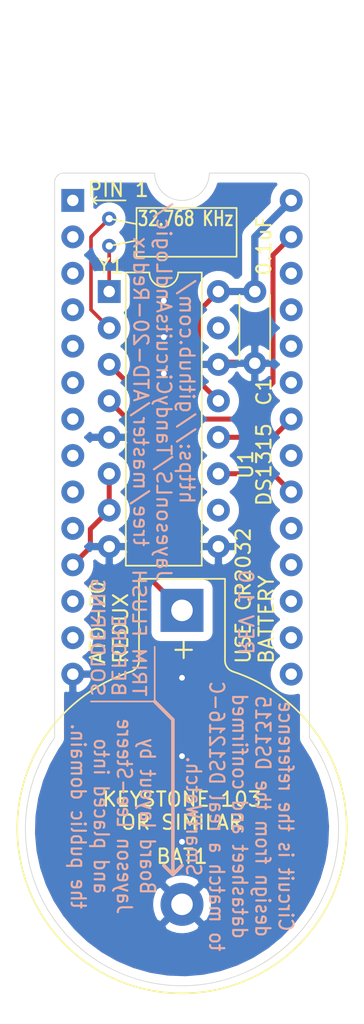
<source format=kicad_pcb>
(kicad_pcb (version 20171130) (host pcbnew "(5.1.9)-1")

  (general
    (thickness 1.6)
    (drawings 27)
    (tracks 48)
    (zones 0)
    (modules 5)
    (nets 34)
  )

  (page A4)
  (layers
    (0 F.Cu signal)
    (31 B.Cu signal)
    (32 B.Adhes user)
    (33 F.Adhes user)
    (34 B.Paste user)
    (35 F.Paste user)
    (36 B.SilkS user)
    (37 F.SilkS user)
    (38 B.Mask user)
    (39 F.Mask user)
    (40 Dwgs.User user)
    (41 Cmts.User user)
    (42 Eco1.User user)
    (43 Eco2.User user)
    (44 Edge.Cuts user)
    (45 Margin user)
    (46 B.CrtYd user)
    (47 F.CrtYd user)
    (48 B.Fab user)
    (49 F.Fab user)
  )

  (setup
    (last_trace_width 0.35)
    (user_trace_width 0.25)
    (user_trace_width 0.35)
    (user_trace_width 0.5)
    (user_trace_width 1)
    (trace_clearance 0.25)
    (zone_clearance 0.635)
    (zone_45_only no)
    (trace_min 0.2)
    (via_size 0.8)
    (via_drill 0.4)
    (via_min_size 0.4)
    (via_min_drill 0.3)
    (uvia_size 0.3)
    (uvia_drill 0.1)
    (uvias_allowed no)
    (uvia_min_size 0.2)
    (uvia_min_drill 0.1)
    (edge_width 0.05)
    (segment_width 0.2)
    (pcb_text_width 0.3)
    (pcb_text_size 1.5 1.5)
    (mod_edge_width 0.12)
    (mod_text_size 1 1)
    (mod_text_width 0.15)
    (pad_size 1.6 1.6)
    (pad_drill 0.8)
    (pad_to_mask_clearance 0)
    (aux_axis_origin 0 0)
    (visible_elements 7FFFFFFF)
    (pcbplotparams
      (layerselection 0x010f0_ffffffff)
      (usegerberextensions true)
      (usegerberattributes true)
      (usegerberadvancedattributes true)
      (creategerberjobfile false)
      (excludeedgelayer true)
      (linewidth 0.100000)
      (plotframeref false)
      (viasonmask false)
      (mode 1)
      (useauxorigin false)
      (hpglpennumber 1)
      (hpglpenspeed 20)
      (hpglpendiameter 15.000000)
      (psnegative false)
      (psa4output false)
      (plotreference true)
      (plotvalue true)
      (plotinvisibletext false)
      (padsonsilk true)
      (subtractmaskfromsilk false)
      (outputformat 1)
      (mirror false)
      (drillshape 0)
      (scaleselection 1)
      (outputdirectory "Gerber"))
  )

  (net 0 "")
  (net 1 "Net-(BAT1-Pad1)")
  (net 2 GND)
  (net 3 VCC)
  (net 4 /XTAL2)
  (net 5 /XTAL1)
  (net 6 /~IOW)
  (net 7 "Net-(J1-Pad13)")
  (net 8 "Net-(J1-Pad26)")
  (net 9 "Net-(J1-Pad12)")
  (net 10 "Net-(J1-Pad25)")
  (net 11 /D0)
  (net 12 "Net-(J1-Pad24)")
  (net 13 "Net-(J1-Pad10)")
  (net 14 "Net-(J1-Pad23)")
  (net 15 "Net-(J1-Pad9)")
  (net 16 /~IOR)
  (net 17 "Net-(J1-Pad8)")
  (net 18 "Net-(J1-Pad21)")
  (net 19 "Net-(J1-Pad7)")
  (net 20 /~CS_RTC)
  (net 21 "Net-(J1-Pad6)")
  (net 22 "Net-(J1-Pad19)")
  (net 23 "Net-(J1-Pad5)")
  (net 24 "Net-(J1-Pad18)")
  (net 25 "Net-(J1-Pad4)")
  (net 26 "Net-(J1-Pad17)")
  (net 27 "Net-(J1-Pad3)")
  (net 28 "Net-(J1-Pad16)")
  (net 29 "Net-(J1-Pad2)")
  (net 30 "Net-(J1-Pad15)")
  (net 31 "Net-(J1-Pad1)")
  (net 32 "Net-(U1-Pad15)")
  (net 33 "Net-(U1-Pad10)")

  (net_class Default "This is the default net class."
    (clearance 0.25)
    (trace_width 0.35)
    (via_dia 0.8)
    (via_drill 0.4)
    (uvia_dia 0.3)
    (uvia_drill 0.1)
    (add_net /D0)
    (add_net /~CS_RTC)
    (add_net /~IOR)
    (add_net /~IOW)
    (add_net "Net-(BAT1-Pad1)")
    (add_net "Net-(J1-Pad1)")
    (add_net "Net-(J1-Pad10)")
    (add_net "Net-(J1-Pad12)")
    (add_net "Net-(J1-Pad13)")
    (add_net "Net-(J1-Pad15)")
    (add_net "Net-(J1-Pad16)")
    (add_net "Net-(J1-Pad17)")
    (add_net "Net-(J1-Pad18)")
    (add_net "Net-(J1-Pad19)")
    (add_net "Net-(J1-Pad2)")
    (add_net "Net-(J1-Pad21)")
    (add_net "Net-(J1-Pad23)")
    (add_net "Net-(J1-Pad24)")
    (add_net "Net-(J1-Pad25)")
    (add_net "Net-(J1-Pad26)")
    (add_net "Net-(J1-Pad3)")
    (add_net "Net-(J1-Pad4)")
    (add_net "Net-(J1-Pad5)")
    (add_net "Net-(J1-Pad6)")
    (add_net "Net-(J1-Pad7)")
    (add_net "Net-(J1-Pad8)")
    (add_net "Net-(J1-Pad9)")
    (add_net "Net-(U1-Pad10)")
    (add_net "Net-(U1-Pad15)")
  )

  (net_class Crystal ""
    (clearance 0.25)
    (trace_width 0.25)
    (via_dia 0.8)
    (via_drill 0.4)
    (uvia_dia 0.3)
    (uvia_drill 0.1)
    (add_net /XTAL1)
    (add_net /XTAL2)
  )

  (net_class Power ""
    (clearance 0.25)
    (trace_width 0.5)
    (via_dia 0.8)
    (via_drill 0.4)
    (uvia_dia 0.3)
    (uvia_drill 0.1)
    (add_net GND)
    (add_net VCC)
  )

  (module Package_DIP:DIP-28_W15.24mm_Socket (layer F.Cu) (tedit 6048D02C) (tstamp 6048F99A)
    (at 111.125 57.15)
    (descr "28-lead though-hole mounted DIP package, row spacing 15.24 mm (600 mils), Socket")
    (tags "THT DIP DIL PDIP 2.54mm 15.24mm 600mil Socket")
    (path /60497360)
    (fp_text reference J1 (at 0 -2.54) (layer Eco1.User)
      (effects (font (size 1 1) (thickness 0.15)))
    )
    (fp_text value "RTC Pins" (at 7.62 35.35) (layer F.Fab)
      (effects (font (size 1 1) (thickness 0.15)))
    )
    (fp_text user %R (at -2.54 -2.54) (layer F.Fab)
      (effects (font (size 1 1) (thickness 0.15)))
    )
    (pad 28 thru_hole oval (at 15.24 0) (size 1.6 1.6) (drill 0.8) (layers *.Cu *.Mask)
      (net 3 VCC))
    (pad 14 thru_hole oval (at 0 33.02) (size 1.6 1.6) (drill 0.8) (layers *.Cu *.Mask)
      (net 2 GND))
    (pad 27 thru_hole oval (at 15.24 2.54) (size 1.6 1.6) (drill 0.8) (layers *.Cu *.Mask)
      (net 6 /~IOW))
    (pad 13 thru_hole oval (at 0 30.48) (size 1.6 1.6) (drill 0.8) (layers *.Cu *.Mask)
      (net 7 "Net-(J1-Pad13)"))
    (pad 26 thru_hole oval (at 15.24 5.08) (size 1.6 1.6) (drill 0.8) (layers *.Cu *.Mask)
      (net 8 "Net-(J1-Pad26)"))
    (pad 12 thru_hole oval (at 0 27.94) (size 1.6 1.6) (drill 0.8) (layers *.Cu *.Mask)
      (net 9 "Net-(J1-Pad12)"))
    (pad 25 thru_hole oval (at 15.24 7.62) (size 1.6 1.6) (drill 0.8) (layers *.Cu *.Mask)
      (net 10 "Net-(J1-Pad25)"))
    (pad 11 thru_hole oval (at 0 25.4) (size 1.6 1.6) (drill 0.8) (layers *.Cu *.Mask)
      (net 11 /D0))
    (pad 24 thru_hole oval (at 15.24 10.16) (size 1.6 1.6) (drill 0.8) (layers *.Cu *.Mask)
      (net 12 "Net-(J1-Pad24)"))
    (pad 10 thru_hole oval (at 0 22.86) (size 1.6 1.6) (drill 0.8) (layers *.Cu *.Mask)
      (net 13 "Net-(J1-Pad10)"))
    (pad 23 thru_hole oval (at 15.24 12.7) (size 1.6 1.6) (drill 0.8) (layers *.Cu *.Mask)
      (net 14 "Net-(J1-Pad23)"))
    (pad 9 thru_hole oval (at 0 20.32) (size 1.6 1.6) (drill 0.8) (layers *.Cu *.Mask)
      (net 15 "Net-(J1-Pad9)"))
    (pad 22 thru_hole oval (at 15.24 15.24) (size 1.6 1.6) (drill 0.8) (layers *.Cu *.Mask)
      (net 16 /~IOR))
    (pad 8 thru_hole oval (at 0 17.78) (size 1.6 1.6) (drill 0.8) (layers *.Cu *.Mask)
      (net 17 "Net-(J1-Pad8)"))
    (pad 21 thru_hole oval (at 15.24 17.78) (size 1.6 1.6) (drill 0.8) (layers *.Cu *.Mask)
      (net 18 "Net-(J1-Pad21)"))
    (pad 7 thru_hole oval (at 0 15.24) (size 1.6 1.6) (drill 0.8) (layers *.Cu *.Mask)
      (net 19 "Net-(J1-Pad7)"))
    (pad 20 thru_hole oval (at 15.24 20.32) (size 1.6 1.6) (drill 0.8) (layers *.Cu *.Mask)
      (net 20 /~CS_RTC))
    (pad 6 thru_hole oval (at 0 12.7) (size 1.6 1.6) (drill 0.8) (layers *.Cu *.Mask)
      (net 21 "Net-(J1-Pad6)"))
    (pad 19 thru_hole oval (at 15.24 22.86) (size 1.6 1.6) (drill 0.8) (layers *.Cu *.Mask)
      (net 22 "Net-(J1-Pad19)"))
    (pad 5 thru_hole oval (at 0 10.16) (size 1.6 1.6) (drill 0.8) (layers *.Cu *.Mask)
      (net 23 "Net-(J1-Pad5)"))
    (pad 18 thru_hole oval (at 15.24 25.4) (size 1.6 1.6) (drill 0.8) (layers *.Cu *.Mask)
      (net 24 "Net-(J1-Pad18)"))
    (pad 4 thru_hole oval (at 0 7.62) (size 1.6 1.6) (drill 0.8) (layers *.Cu *.Mask)
      (net 25 "Net-(J1-Pad4)"))
    (pad 17 thru_hole oval (at 15.24 27.94) (size 1.6 1.6) (drill 0.8) (layers *.Cu *.Mask)
      (net 26 "Net-(J1-Pad17)"))
    (pad 3 thru_hole oval (at 0 5.08) (size 1.6 1.6) (drill 0.8) (layers *.Cu *.Mask)
      (net 27 "Net-(J1-Pad3)"))
    (pad 16 thru_hole oval (at 15.24 30.48) (size 1.6 1.6) (drill 0.8) (layers *.Cu *.Mask)
      (net 28 "Net-(J1-Pad16)"))
    (pad 2 thru_hole oval (at 0 2.54) (size 1.6 1.6) (drill 0.8) (layers *.Cu *.Mask)
      (net 29 "Net-(J1-Pad2)"))
    (pad 15 thru_hole oval (at 15.24 33.02) (size 1.6 1.6) (drill 0.8) (layers *.Cu *.Mask)
      (net 30 "Net-(J1-Pad15)"))
    (pad 1 thru_hole rect (at 0 0) (size 1.6 1.6) (drill 0.8) (layers *.Cu *.Mask)
      (net 31 "Net-(J1-Pad1)"))
    (model ${KISYS3DMOD}/Connector_PinHeader_2.54mm.3dshapes/PinHeader_1x14_P2.54mm_Vertical.wrl
      (offset (xyz 0 0 -1.6))
      (scale (xyz 1 1 1))
      (rotate (xyz 0 180 0))
    )
    (model ${KISYS3DMOD}/Connector_PinHeader_2.54mm.3dshapes/PinHeader_1x14_P2.54mm_Vertical.wrl
      (offset (xyz 15.24 0 -1.6))
      (scale (xyz 1 1 1))
      (rotate (xyz 0 180 0))
    )
  )

  (module Capacitor_THT:C_Disc_D4.3mm_W1.9mm_P5.00mm (layer F.Cu) (tedit 6048D7AB) (tstamp 6048F806)
    (at 123.825 63.5 270)
    (descr "C, Disc series, Radial, pin pitch=5.00mm, , diameter*width=4.3*1.9mm^2, Capacitor, http://www.vishay.com/docs/45233/krseries.pdf")
    (tags "C Disc series Radial pin pitch 5.00mm  diameter 4.3mm width 1.9mm Capacitor")
    (path /603370E2)
    (fp_text reference C1 (at 6.985 -0.635 90) (layer F.SilkS)
      (effects (font (size 1 1) (thickness 0.15)))
    )
    (fp_text value 0.1uF (at -3.175 -0.635 90) (layer F.SilkS)
      (effects (font (size 1 1) (thickness 0.15)))
    )
    (fp_line (start 0.35 -0.95) (end 0.35 0.95) (layer F.Fab) (width 0.1))
    (fp_line (start 0.35 0.95) (end 4.65 0.95) (layer F.Fab) (width 0.1))
    (fp_line (start 4.65 0.95) (end 4.65 -0.95) (layer F.Fab) (width 0.1))
    (fp_line (start 4.65 -0.95) (end 0.35 -0.95) (layer F.Fab) (width 0.1))
    (fp_line (start 0.23 -1.07) (end 4.77 -1.07) (layer F.SilkS) (width 0.12))
    (fp_line (start 0.23 1.07) (end 4.77 1.07) (layer F.SilkS) (width 0.12))
    (fp_line (start 0.23 -1.07) (end 0.23 -1.055) (layer F.SilkS) (width 0.12))
    (fp_line (start 0.23 1.055) (end 0.23 1.07) (layer F.SilkS) (width 0.12))
    (fp_line (start 4.77 -1.07) (end 4.77 -1.055) (layer F.SilkS) (width 0.12))
    (fp_line (start 4.77 1.055) (end 4.77 1.07) (layer F.SilkS) (width 0.12))
    (fp_line (start -1.05 -1.2) (end -1.05 1.2) (layer F.CrtYd) (width 0.05))
    (fp_line (start -1.05 1.2) (end 6.05 1.2) (layer F.CrtYd) (width 0.05))
    (fp_line (start 6.05 1.2) (end 6.05 -1.2) (layer F.CrtYd) (width 0.05))
    (fp_line (start 6.05 -1.2) (end -1.05 -1.2) (layer F.CrtYd) (width 0.05))
    (fp_text user %R (at 2.5 0 90) (layer F.Fab)
      (effects (font (size 0.86 0.86) (thickness 0.129)))
    )
    (pad 2 thru_hole oval (at 5 0 270) (size 1.6 1.6) (drill 0.8) (layers *.Cu *.Mask)
      (net 2 GND))
    (pad 1 thru_hole circle (at 0 0 270) (size 1.6 1.6) (drill 0.8) (layers *.Cu *.Mask)
      (net 3 VCC))
    (model ${KISYS3DMOD}/Capacitor_THT.3dshapes/C_Disc_D4.3mm_W1.9mm_P5.00mm.wrl
      (at (xyz 0 0 0))
      (scale (xyz 1 1 1))
      (rotate (xyz 0 0 0))
    )
  )

  (module Package_DIP:DIP-16_W7.62mm (layer F.Cu) (tedit 5A02E8C5) (tstamp 602B19A6)
    (at 113.665 63.5)
    (descr "16-lead though-hole mounted DIP package, row spacing 7.62 mm (300 mils)")
    (tags "THT DIP DIL PDIP 2.54mm 7.62mm 300mil")
    (path /602D5EFC)
    (fp_text reference U1 (at 9.525 12.065 90) (layer F.SilkS)
      (effects (font (size 1 1) (thickness 0.15)))
    )
    (fp_text value DS1315 (at 10.795 12.065 90) (layer F.SilkS)
      (effects (font (size 1 1) (thickness 0.15)))
    )
    (fp_line (start 1.635 -1.27) (end 6.985 -1.27) (layer F.Fab) (width 0.1))
    (fp_line (start 6.985 -1.27) (end 6.985 19.05) (layer F.Fab) (width 0.1))
    (fp_line (start 6.985 19.05) (end 0.635 19.05) (layer F.Fab) (width 0.1))
    (fp_line (start 0.635 19.05) (end 0.635 -0.27) (layer F.Fab) (width 0.1))
    (fp_line (start 0.635 -0.27) (end 1.635 -1.27) (layer F.Fab) (width 0.1))
    (fp_line (start 2.81 -1.33) (end 1.16 -1.33) (layer F.SilkS) (width 0.12))
    (fp_line (start 1.16 -1.33) (end 1.16 19.11) (layer F.SilkS) (width 0.12))
    (fp_line (start 1.16 19.11) (end 6.46 19.11) (layer F.SilkS) (width 0.12))
    (fp_line (start 6.46 19.11) (end 6.46 -1.33) (layer F.SilkS) (width 0.12))
    (fp_line (start 6.46 -1.33) (end 4.81 -1.33) (layer F.SilkS) (width 0.12))
    (fp_line (start -1.1 -1.55) (end -1.1 19.3) (layer F.CrtYd) (width 0.05))
    (fp_line (start -1.1 19.3) (end 8.7 19.3) (layer F.CrtYd) (width 0.05))
    (fp_line (start 8.7 19.3) (end 8.7 -1.55) (layer F.CrtYd) (width 0.05))
    (fp_line (start 8.7 -1.55) (end -1.1 -1.55) (layer F.CrtYd) (width 0.05))
    (fp_text user %R (at 3.81 8.89) (layer F.Fab)
      (effects (font (size 1 1) (thickness 0.15)))
    )
    (fp_arc (start 3.81 -1.33) (end 2.81 -1.33) (angle -180) (layer F.SilkS) (width 0.12))
    (pad 16 thru_hole oval (at 7.62 0) (size 1.6 1.6) (drill 0.8) (layers *.Cu *.Mask)
      (net 3 VCC))
    (pad 8 thru_hole oval (at 0 17.78) (size 1.6 1.6) (drill 0.8) (layers *.Cu *.Mask)
      (net 2 GND))
    (pad 15 thru_hole oval (at 7.62 2.54) (size 1.6 1.6) (drill 0.8) (layers *.Cu *.Mask)
      (net 32 "Net-(U1-Pad15)"))
    (pad 7 thru_hole oval (at 0 15.24) (size 1.6 1.6) (drill 0.8) (layers *.Cu *.Mask)
      (net 11 /D0))
    (pad 14 thru_hole oval (at 7.62 5.08) (size 1.6 1.6) (drill 0.8) (layers *.Cu *.Mask)
      (net 2 GND))
    (pad 6 thru_hole oval (at 0 12.7) (size 1.6 1.6) (drill 0.8) (layers *.Cu *.Mask)
      (net 11 /D0))
    (pad 13 thru_hole oval (at 7.62 7.62) (size 1.6 1.6) (drill 0.8) (layers *.Cu *.Mask)
      (net 3 VCC))
    (pad 5 thru_hole oval (at 0 10.16) (size 1.6 1.6) (drill 0.8) (layers *.Cu *.Mask)
      (net 2 GND))
    (pad 12 thru_hole oval (at 7.62 10.16) (size 1.6 1.6) (drill 0.8) (layers *.Cu *.Mask)
      (net 16 /~IOR))
    (pad 4 thru_hole oval (at 0 7.62) (size 1.6 1.6) (drill 0.8) (layers *.Cu *.Mask)
      (net 1 "Net-(BAT1-Pad1)"))
    (pad 11 thru_hole oval (at 7.62 12.7) (size 1.6 1.6) (drill 0.8) (layers *.Cu *.Mask)
      (net 20 /~CS_RTC))
    (pad 3 thru_hole oval (at 0 5.08) (size 1.6 1.6) (drill 0.8) (layers *.Cu *.Mask)
      (net 6 /~IOW))
    (pad 10 thru_hole oval (at 7.62 15.24) (size 1.6 1.6) (drill 0.8) (layers *.Cu *.Mask)
      (net 33 "Net-(U1-Pad10)"))
    (pad 2 thru_hole oval (at 0 2.54) (size 1.6 1.6) (drill 0.8) (layers *.Cu *.Mask)
      (net 4 /XTAL2))
    (pad 9 thru_hole oval (at 7.62 17.78) (size 1.6 1.6) (drill 0.8) (layers *.Cu *.Mask)
      (net 2 GND))
    (pad 1 thru_hole rect (at 0 0) (size 1.6 1.6) (drill 0.8) (layers *.Cu *.Mask)
      (net 5 /XTAL1))
    (model ${KISYS3DMOD}/Package_DIP.3dshapes/DIP-16_W7.62mm.wrl
      (at (xyz 0 0 0))
      (scale (xyz 1 1 1))
      (rotate (xyz 0 0 0))
    )
  )

  (module Crystal:Crystal_C38-LF_D3.0mm_L8.0mm_Horizontal (layer F.Cu) (tedit 602AA266) (tstamp 602AFB10)
    (at 113.665 60.325 90)
    (descr "Crystal THT C38-LF 8.0mm length 3.0mm diameter")
    (tags ['C38-LF'])
    (path /602FB912)
    (fp_text reference Y1 (at -1.397 0.127 180) (layer F.SilkS)
      (effects (font (size 1 1) (thickness 0.15)))
    )
    (fp_text value "32.768 KHz" (at 1.905 5.334 180) (layer F.SilkS)
      (effects (font (size 1 0.75) (thickness 0.15)))
    )
    (fp_line (start 1.905 0) (end 1.524 1.905) (layer F.SilkS) (width 0.12))
    (fp_line (start 0 0) (end 0.381 1.905) (layer F.SilkS) (width 0.12))
    (fp_line (start -0.75 1.905) (end -0.75 8.89) (layer F.SilkS) (width 0.12))
    (fp_line (start 2.65 8.89) (end 2.65 1.905) (layer F.SilkS) (width 0.12))
    (fp_line (start 3.2 -0.8) (end -1.3 -0.8) (layer F.CrtYd) (width 0.05))
    (fp_line (start 3.2 11.3) (end 3.2 -0.8) (layer F.CrtYd) (width 0.05))
    (fp_line (start -1.3 11.3) (end 3.2 11.3) (layer F.CrtYd) (width 0.05))
    (fp_line (start -1.3 -0.8) (end -1.3 11.3) (layer F.CrtYd) (width 0.05))
    (fp_line (start 2.65 1.905) (end -0.75 1.905) (layer F.SilkS) (width 0.12))
    (fp_line (start -0.75 8.89) (end 2.65 8.89) (layer F.SilkS) (width 0.12))
    (fp_line (start 1.9 1.25) (end 1.9 0) (layer F.Fab) (width 0.1))
    (fp_line (start 1.495 2.5) (end 1.9 1.25) (layer F.Fab) (width 0.1))
    (fp_line (start 0 1.25) (end 0 0) (layer F.Fab) (width 0.1))
    (fp_line (start 0.405 2.5) (end 0 1.25) (layer F.Fab) (width 0.1))
    (fp_line (start 2.45 2.5) (end -0.55 2.5) (layer F.Fab) (width 0.1))
    (fp_line (start 2.45 10.5) (end 2.45 2.5) (layer F.Fab) (width 0.1))
    (fp_line (start -0.55 10.5) (end 2.45 10.5) (layer F.Fab) (width 0.1))
    (fp_line (start -0.55 2.5) (end -0.55 10.5) (layer F.Fab) (width 0.1))
    (fp_text user %R (at 1.25 6.5 180) (layer F.Fab)
      (effects (font (size 0.7 0.7) (thickness 0.105)))
    )
    (pad 1 thru_hole circle (at 0 0 90) (size 1 1) (drill 0.5) (layers *.Cu *.Mask)
      (net 5 /XTAL1))
    (pad 2 thru_hole circle (at 1.9 0 90) (size 1 1) (drill 0.5) (layers *.Cu *.Mask)
      (net 4 /XTAL2))
    (model ${KISYS3DMOD}/Crystal.3dshapes/Crystal_C26-LF_D2.1mm_L6.5mm_Horizontal_1EP_style1.wrl
      (at (xyz 0 0 0))
      (scale (xyz 1 1 1))
      (rotate (xyz 0 0 0))
    )
  )

  (module Battery:BatteryHolder_Keystone_103_1x20mm (layer F.Cu) (tedit 5787C32C) (tstamp 602AFA60)
    (at 118.745 85.725 270)
    (descr http://www.keyelco.com/product-pdf.cfm?p=719)
    (tags "Keystone type 103 battery holder")
    (path /602E2795)
    (fp_text reference BAT1 (at 17.145 0 180) (layer F.SilkS)
      (effects (font (size 1 1) (thickness 0.15)))
    )
    (fp_text value CR2032 (at 12.7 0 90) (layer F.Fab)
      (effects (font (size 1 1) (thickness 0.15)))
    )
    (fp_line (start -2.45 -3.25) (end 3.5 -3.25) (layer F.CrtYd) (width 0.05))
    (fp_line (start -2.45 3.25) (end 3.5 3.25) (layer F.CrtYd) (width 0.05))
    (fp_line (start -2.45 3.25) (end -2.45 -3.25) (layer F.CrtYd) (width 0.05))
    (fp_line (start -2.2 -3) (end 3.5 -3) (layer F.SilkS) (width 0.12))
    (fp_line (start -2.2 3) (end -2.2 -3) (layer F.SilkS) (width 0.12))
    (fp_line (start -2.2 3) (end 3.5 3) (layer F.SilkS) (width 0.12))
    (fp_line (start 23.5712 7.7216) (end 22.6568 6.8834) (layer F.Fab) (width 0.1))
    (fp_line (start 23.5712 -7.7216) (end 22.6314 -6.858) (layer F.Fab) (width 0.1))
    (fp_line (start 3.5306 -2.9) (end -1.7 -2.9) (layer F.Fab) (width 0.1))
    (fp_line (start -1.7 2.9) (end 3.5306 2.9) (layer F.Fab) (width 0.1))
    (fp_line (start -2.1 -2.5) (end -2.1 2.5) (layer F.Fab) (width 0.1))
    (fp_line (start 0 1.3) (end 16.2 1.3) (layer F.Fab) (width 0.1))
    (fp_line (start 16.2 -1.3) (end 0 -1.3) (layer F.Fab) (width 0.1))
    (fp_line (start 0 -1.3) (end 0 1.3) (layer F.Fab) (width 0.1))
    (fp_arc (start -1.7 -2.5) (end -2.1 -2.5) (angle 90) (layer F.Fab) (width 0.1))
    (fp_arc (start -1.7 2.5) (end -2.1 2.5) (angle -90) (layer F.Fab) (width 0.1))
    (fp_arc (start 16.2 0) (end 16.2 -1.3) (angle 180) (layer F.Fab) (width 0.1))
    (fp_arc (start 3.5 -3.8) (end 3.5 -2.9) (angle -70) (layer F.Fab) (width 0.1))
    (fp_arc (start 15.2 0) (end 5.2 -1.3) (angle 180) (layer F.Fab) (width 0.1))
    (fp_arc (start 15.2 0) (end 9 -1.3) (angle 170) (layer F.Fab) (width 0.1))
    (fp_arc (start 15.2 0) (end 13.3 -1.3) (angle 150) (layer F.Fab) (width 0.1))
    (fp_arc (start 15.2 0) (end 13.3 1.3) (angle -150) (layer F.Fab) (width 0.1))
    (fp_arc (start 15.2 0) (end 9 1.3) (angle -170) (layer F.Fab) (width 0.1))
    (fp_arc (start 15.2 0) (end 5.2 1.3) (angle -180) (layer F.Fab) (width 0.1))
    (fp_arc (start 15.2 0) (end 4.35 -3.5) (angle 162.5) (layer F.Fab) (width 0.1))
    (fp_arc (start 15.2 0) (end 4.35 3.5) (angle -162.5) (layer F.Fab) (width 0.1))
    (fp_arc (start 3.5 3.8) (end 3.5 2.9) (angle 70) (layer F.Fab) (width 0.1))
    (fp_arc (start 3.5 -3.8) (end 3.5 -3) (angle -70) (layer F.SilkS) (width 0.12))
    (fp_arc (start 15.2 0) (end 4.25 -3.5) (angle 162.5) (layer F.SilkS) (width 0.12))
    (fp_arc (start 3.5 3.8) (end 3.5 3) (angle 70) (layer F.SilkS) (width 0.12))
    (fp_arc (start 15.2 0) (end 4.25 3.5) (angle -162.5) (layer F.SilkS) (width 0.12))
    (fp_arc (start 3.5 -3.8) (end 3.5 -3.25) (angle -70) (layer F.CrtYd) (width 0.05))
    (fp_arc (start 3.5 3.8) (end 3.5 3.25) (angle 70) (layer F.CrtYd) (width 0.05))
    (fp_arc (start 15.2 0) (end 4.01 -3.6) (angle 162.5) (layer F.CrtYd) (width 0.05))
    (fp_arc (start 15.2 0) (end 4.01 3.6) (angle -162.5) (layer F.CrtYd) (width 0.05))
    (fp_text user %R (at 0 0 90) (layer F.Fab)
      (effects (font (size 1 1) (thickness 0.15)))
    )
    (fp_text user + (at 2.75 0 90) (layer F.SilkS)
      (effects (font (size 1.5 1.5) (thickness 0.15)))
    )
    (pad 1 thru_hole rect (at 0 0 270) (size 3 3) (drill 1.5) (layers *.Cu *.Mask)
      (net 1 "Net-(BAT1-Pad1)"))
    (pad 2 thru_hole circle (at 20.49 0 270) (size 3 3) (drill 1.5) (layers *.Cu *.Mask)
      (net 2 GND))
    (model ${KISYS3DMOD}/Battery.3dshapes/BatteryHolder_Keystone_103_1x20mm.wrl
      (at (xyz 0 0 0))
      (scale (xyz 1 1 1))
      (rotate (xyz 0 0 0))
    )
  )

  (gr_line (start 112.522 57.15) (end 112.776 57.404) (layer F.SilkS) (width 0.12))
  (gr_line (start 112.776 56.896) (end 112.522 57.15) (layer F.SilkS) (width 0.12) (tstamp 604A34E2))
  (gr_line (start 112.522 57.15) (end 112.776 56.896) (layer F.SilkS) (width 0.12))
  (gr_line (start 112.522 57.15) (end 114.808 57.15) (layer F.SilkS) (width 0.12))
  (gr_text "PIN 1" (at 114.3 56.388) (layer F.SilkS)
    (effects (font (size 1 1) (thickness 0.15)))
  )
  (gr_arc (start 118.745 100.965) (end 109.855001 94.615001) (angle -251.0753556) (layer Edge.Cuts) (width 0.05))
  (gr_line (start 127.635 55.88) (end 127.635 94.615) (layer Edge.Cuts) (width 0.05))
  (gr_line (start 109.855 55.88) (end 109.855 94.615) (layer Edge.Cuts) (width 0.05))
  (gr_line (start 116.84 92.075) (end 118.11 93.345) (layer B.SilkS) (width 0.25))
  (gr_line (start 116.84 92.075) (end 116.84 88.265) (layer B.SilkS) (width 0.12))
  (gr_line (start 112.395 92.075) (end 116.84 92.075) (layer B.SilkS) (width 0.12))
  (gr_line (start 117.475 103.505) (end 118.11 104.14) (layer B.SilkS) (width 0.25) (tstamp 60493173))
  (gr_line (start 118.745 103.505) (end 118.11 104.14) (layer B.SilkS) (width 0.25) (tstamp 60493172))
  (gr_line (start 118.11 104.14) (end 118.745 103.505) (layer B.SilkS) (width 0.12))
  (gr_line (start 118.11 93.345) (end 118.11 104.14) (layer B.SilkS) (width 0.25))
  (gr_text "TRIM FLUSH\nBEFORE\nSOLDERING" (at 114.3 91.821 -90) (layer B.SilkS)
    (effects (font (size 0.9 1) (thickness 0.15)) (justify left mirror))
  )
  (gr_text "https://github.com/\nJayesonLS/TandyCircuitsAndLogic/\ntree/master/ATD-20-Redux" (at 117.475 70.485 -90) (layer B.SilkS)
    (effects (font (size 1 1) (thickness 0.15)) (justify mirror))
  )
  (gr_text "REV 1.0" (at 123.19 88.9 270) (layer B.SilkS) (tstamp 60491DC6)
    (effects (font (size 1 1) (thickness 0.15)) (justify left mirror))
  )
  (gr_line (start 116.84 55.245) (end 110.49 55.245) (layer Edge.Cuts) (width 0.05) (tstamp 6048FB22))
  (gr_line (start 127 55.245) (end 120.65 55.245) (layer Edge.Cuts) (width 0.05) (tstamp 6048FB21))
  (gr_arc (start 127 55.88) (end 127.635 55.88) (angle -90) (layer Edge.Cuts) (width 0.05))
  (gr_arc (start 110.49 55.88) (end 110.49 55.245) (angle -90) (layer Edge.Cuts) (width 0.05))
  (gr_arc (start 118.745 55.245) (end 116.84 55.245) (angle -180) (layer Edge.Cuts) (width 0.05))
  (gr_text "Circuit is the reference\ndesign from the DS1315\ndatasheet and confirmed\nto match a real DS1216-C\nSmartWatch.\n\nBoard layout by\nJayeson Lee-Steere\nand placed into\nthe public domain.\n" (at 118.745 100.076 270) (layer B.SilkS)
    (effects (font (size 1 0.9) (thickness 0.15)) (justify mirror))
  )
  (gr_text "ATD-20\nREDUX" (at 113.665 89.535 90) (layer F.SilkS)
    (effects (font (size 1 1) (thickness 0.15)) (justify left))
  )
  (gr_text "USE CR2032\nBATTERY" (at 123.825 89.535 90) (layer F.SilkS)
    (effects (font (size 1 1) (thickness 0.15)) (justify left))
  )
  (gr_text "KEYSTONE 103\nOR SIMILAR" (at 118.745 99.695) (layer F.SilkS)
    (effects (font (size 1 1) (thickness 0.15)))
  )

  (segment (start 115.57 73.025) (end 113.665 71.12) (width 0.35) (layer F.Cu) (net 1))
  (segment (start 115.57 82.55) (end 115.57 73.025) (width 0.35) (layer F.Cu) (net 1))
  (segment (start 118.745 85.725) (end 115.57 82.55) (width 0.35) (layer F.Cu) (net 1))
  (segment (start 121.285 103.675) (end 118.745 106.215) (width 0.5) (layer B.Cu) (net 2))
  (via (at 118.745 101.854) (size 0.8) (drill 0.4) (layers F.Cu B.Cu) (net 2))
  (segment (start 118.745 101.854) (end 118.745 95.885) (width 0.5) (layer B.Cu) (net 2))
  (via (at 118.745 90.424) (size 0.8) (drill 0.4) (layers F.Cu B.Cu) (net 2))
  (segment (start 119.464 101.854) (end 121.285 103.675) (width 0.5) (layer B.Cu) (net 2))
  (segment (start 118.745 101.854) (end 119.464 101.854) (width 0.5) (layer B.Cu) (net 2))
  (segment (start 113.665 81.28) (end 117.475 81.28) (width 0.5) (layer B.Cu) (net 2))
  (via (at 117.475 69.215) (size 0.8) (drill 0.4) (layers F.Cu B.Cu) (net 2))
  (segment (start 117.475 81.28) (end 117.475 69.215) (width 0.5) (layer B.Cu) (net 2))
  (via (at 117.475 66.675) (size 0.8) (drill 0.4) (layers F.Cu B.Cu) (net 2))
  (segment (start 117.475 69.215) (end 117.475 66.675) (width 0.5) (layer B.Cu) (net 2))
  (via (at 117.475 64.135) (size 0.8) (drill 0.4) (layers F.Cu B.Cu) (net 2))
  (segment (start 117.475 66.675) (end 117.475 64.135) (width 0.5) (layer B.Cu) (net 2))
  (segment (start 111.125 90.17) (end 113.665 90.17) (width 0.5) (layer F.Cu) (net 2))
  (segment (start 113.665 81.28) (end 113.665 90.17) (width 0.5) (layer F.Cu) (net 2))
  (segment (start 121.365 68.5) (end 121.285 68.58) (width 0.5) (layer F.Cu) (net 2))
  (segment (start 123.825 68.5) (end 121.365 68.5) (width 0.5) (layer F.Cu) (net 2))
  (segment (start 118.745 95.885) (end 118.745 90.424) (width 0.5) (layer B.Cu) (net 2) (tstamp 60494CD2))
  (via (at 118.745 95.885) (size 0.8) (drill 0.4) (layers F.Cu B.Cu) (net 2))
  (segment (start 119.984999 64.800001) (end 121.285 63.5) (width 0.35) (layer F.Cu) (net 3))
  (segment (start 119.984999 69.819999) (end 119.984999 64.800001) (width 0.35) (layer F.Cu) (net 3))
  (segment (start 121.285 71.12) (end 119.984999 69.819999) (width 0.35) (layer F.Cu) (net 3))
  (segment (start 121.285 63.5) (end 123.825 63.5) (width 0.5) (layer F.Cu) (net 3))
  (segment (start 123.825 59.69) (end 126.365 57.15) (width 0.5) (layer F.Cu) (net 3))
  (segment (start 123.825 63.5) (end 123.825 59.69) (width 0.5) (layer F.Cu) (net 3))
  (segment (start 121.285 63.5) (end 123.825 63.5) (width 0.5) (layer B.Cu) (net 3))
  (segment (start 123.825 59.69) (end 123.825 63.5) (width 0.5) (layer B.Cu) (net 3))
  (segment (start 126.365 57.15) (end 123.825 59.69) (width 0.5) (layer B.Cu) (net 3))
  (segment (start 112.395 59.695) (end 112.395 64.77) (width 0.25) (layer F.Cu) (net 4))
  (segment (start 112.395 64.77) (end 113.665 66.04) (width 0.25) (layer F.Cu) (net 4))
  (segment (start 113.665 58.425) (end 112.395 59.695) (width 0.25) (layer F.Cu) (net 4))
  (segment (start 113.665 63.5) (end 113.665 60.325) (width 0.25) (layer F.Cu) (net 5))
  (segment (start 117.475 72.39) (end 113.665 68.58) (width 0.35) (layer F.Cu) (net 6))
  (segment (start 125.095 69.85) (end 122.555 72.39) (width 0.35) (layer F.Cu) (net 6))
  (segment (start 122.555 72.39) (end 117.475 72.39) (width 0.35) (layer F.Cu) (net 6))
  (segment (start 125.095 60.96) (end 125.095 69.85) (width 0.35) (layer F.Cu) (net 6))
  (segment (start 126.365 59.69) (end 125.095 60.96) (width 0.35) (layer F.Cu) (net 6))
  (segment (start 112.350001 80.054999) (end 113.665 78.74) (width 0.35) (layer F.Cu) (net 11))
  (segment (start 112.350001 81.324999) (end 112.350001 80.054999) (width 0.35) (layer F.Cu) (net 11))
  (segment (start 111.125 82.55) (end 112.350001 81.324999) (width 0.35) (layer F.Cu) (net 11))
  (segment (start 113.665 78.74) (end 113.665 76.2) (width 0.35) (layer F.Cu) (net 11))
  (segment (start 125.095 73.66) (end 126.365 72.39) (width 0.35) (layer F.Cu) (net 16))
  (segment (start 121.285 73.66) (end 125.095 73.66) (width 0.35) (layer F.Cu) (net 16))
  (segment (start 125.095 76.2) (end 126.365 77.47) (width 0.35) (layer F.Cu) (net 20))
  (segment (start 121.285 76.2) (end 125.095 76.2) (width 0.35) (layer F.Cu) (net 20))

  (zone (net 2) (net_name GND) (layer B.Cu) (tstamp 602BD1E8) (hatch edge 0.508)
    (connect_pads (clearance 0.635))
    (min_thickness 0.254)
    (fill yes (arc_segments 32) (thermal_gap 0.508) (thermal_bridge_width 0.508))
    (polygon
      (pts
        (xy 106.045 43.18) (xy 131.445 43.18) (xy 131.445 114.3) (xy 106.045 114.3)
      )
    )
    (filled_polygon
      (pts
        (xy 116.243886 56.233424) (xy 116.271997 56.299012) (xy 116.299168 56.364934) (xy 116.304394 56.3746) (xy 116.483506 56.700402)
        (xy 116.523813 56.759269) (xy 116.563278 56.818669) (xy 116.570278 56.82713) (xy 116.570282 56.827136) (xy 116.570287 56.827141)
        (xy 116.809264 57.111943) (xy 116.860206 57.16183) (xy 116.910488 57.212464) (xy 116.919004 57.219409) (xy 117.208754 57.452375)
        (xy 117.268475 57.491455) (xy 117.327576 57.531319) (xy 117.337273 57.536475) (xy 117.337277 57.536478) (xy 117.337281 57.53648)
        (xy 117.66676 57.708727) (xy 117.732921 57.735458) (xy 117.798652 57.763089) (xy 117.809164 57.766263) (xy 117.80917 57.766265)
        (xy 117.809176 57.766266) (xy 118.165837 57.871237) (xy 118.235935 57.884609) (xy 118.305774 57.898945) (xy 118.31671 57.900018)
        (xy 118.686969 57.933715) (xy 118.758298 57.933217) (xy 118.829628 57.933715) (xy 118.840564 57.932643) (xy 119.210318 57.89378)
        (xy 119.280205 57.879434) (xy 119.350257 57.866071) (xy 119.360776 57.862895) (xy 119.71594 57.752953) (xy 119.78176 57.725285)
        (xy 119.84783 57.698591) (xy 119.857528 57.693435) (xy 119.857533 57.693433) (xy 119.857537 57.69343) (xy 120.184577 57.516601)
        (xy 120.243721 57.476708) (xy 120.3034 57.437655) (xy 120.311915 57.430711) (xy 120.598385 57.193722) (xy 120.648665 57.143089)
        (xy 120.699608 57.093202) (xy 120.706613 57.084736) (xy 120.941596 56.796619) (xy 120.981073 56.737201) (xy 121.021369 56.67835)
        (xy 121.026595 56.668685) (xy 121.20114 56.340412) (xy 121.22832 56.274468) (xy 121.256421 56.208905) (xy 121.259668 56.198414)
        (xy 121.259671 56.198407) (xy 121.259672 56.1984) (xy 121.309912 56.032) (xy 125.273998 56.032) (xy 125.151715 56.154283)
        (xy 124.980773 56.410115) (xy 124.863027 56.694381) (xy 124.803 56.996156) (xy 124.803 57.280816) (xy 123.144558 58.939258)
        (xy 123.105946 58.970946) (xy 122.979482 59.125043) (xy 122.885511 59.300852) (xy 122.827643 59.491614) (xy 122.813 59.64029)
        (xy 122.813 59.640299) (xy 122.808105 59.69) (xy 122.813 59.739701) (xy 122.813001 62.302997) (xy 122.627998 62.488)
        (xy 122.482002 62.488) (xy 122.280717 62.286715) (xy 122.024885 62.115773) (xy 121.740619 61.998027) (xy 121.438844 61.938)
        (xy 121.131156 61.938) (xy 120.829381 61.998027) (xy 120.545115 62.115773) (xy 120.289283 62.286715) (xy 120.071715 62.504283)
        (xy 119.900773 62.760115) (xy 119.783027 63.044381) (xy 119.723 63.346156) (xy 119.723 63.653844) (xy 119.783027 63.955619)
        (xy 119.900773 64.239885) (xy 120.071715 64.495717) (xy 120.289283 64.713285) (xy 120.374163 64.77) (xy 120.289283 64.826715)
        (xy 120.071715 65.044283) (xy 119.900773 65.300115) (xy 119.783027 65.584381) (xy 119.723 65.886156) (xy 119.723 66.193844)
        (xy 119.783027 66.495619) (xy 119.900773 66.779885) (xy 120.071715 67.035717) (xy 120.289283 67.253285) (xy 120.493275 67.389588)
        (xy 120.429869 67.427615) (xy 120.221481 67.616586) (xy 120.053963 67.84258) (xy 119.933754 68.096913) (xy 119.893096 68.230961)
        (xy 120.015085 68.453) (xy 121.158 68.453) (xy 121.158 68.433) (xy 121.412 68.433) (xy 121.412 68.453)
        (xy 122.554915 68.453) (xy 122.598867 68.373) (xy 123.698 68.373) (xy 123.698 67.230085) (xy 123.475961 67.108096)
        (xy 123.341913 67.148754) (xy 123.08758 67.268963) (xy 122.861586 67.436481) (xy 122.672615 67.644869) (xy 122.532787 67.87802)
        (xy 122.516037 67.84258) (xy 122.348519 67.616586) (xy 122.140131 67.427615) (xy 122.076725 67.389588) (xy 122.280717 67.253285)
        (xy 122.498285 67.035717) (xy 122.669227 66.779885) (xy 122.786973 66.495619) (xy 122.847 66.193844) (xy 122.847 65.886156)
        (xy 122.786973 65.584381) (xy 122.669227 65.300115) (xy 122.498285 65.044283) (xy 122.280717 64.826715) (xy 122.195837 64.77)
        (xy 122.280717 64.713285) (xy 122.482002 64.512) (xy 122.627998 64.512) (xy 122.829283 64.713285) (xy 123.085115 64.884227)
        (xy 123.369381 65.001973) (xy 123.671156 65.062) (xy 123.978844 65.062) (xy 124.280619 65.001973) (xy 124.564885 64.884227)
        (xy 124.803 64.725123) (xy 124.803 64.923844) (xy 124.863027 65.225619) (xy 124.980773 65.509885) (xy 125.151715 65.765717)
        (xy 125.369283 65.983285) (xy 125.454163 66.04) (xy 125.369283 66.096715) (xy 125.151715 66.314283) (xy 124.980773 66.570115)
        (xy 124.863027 66.854381) (xy 124.803 67.156156) (xy 124.803 67.452566) (xy 124.788414 67.436481) (xy 124.56242 67.268963)
        (xy 124.308087 67.148754) (xy 124.174039 67.108096) (xy 123.952 67.230085) (xy 123.952 68.373) (xy 125.095624 68.373)
        (xy 125.141075 68.289792) (xy 125.151715 68.305717) (xy 125.369283 68.523285) (xy 125.454163 68.58) (xy 125.369283 68.636715)
        (xy 125.19573 68.810268) (xy 125.095624 68.627) (xy 123.952 68.627) (xy 123.952 69.769915) (xy 124.174039 69.891904)
        (xy 124.308087 69.851246) (xy 124.56242 69.731037) (xy 124.788414 69.563519) (xy 124.840895 69.505645) (xy 124.803 69.696156)
        (xy 124.803 70.003844) (xy 124.863027 70.305619) (xy 124.980773 70.589885) (xy 125.151715 70.845717) (xy 125.369283 71.063285)
        (xy 125.454163 71.12) (xy 125.369283 71.176715) (xy 125.151715 71.394283) (xy 124.980773 71.650115) (xy 124.863027 71.934381)
        (xy 124.803 72.236156) (xy 124.803 72.543844) (xy 124.863027 72.845619) (xy 124.980773 73.129885) (xy 125.151715 73.385717)
        (xy 125.369283 73.603285) (xy 125.454163 73.66) (xy 125.369283 73.716715) (xy 125.151715 73.934283) (xy 124.980773 74.190115)
        (xy 124.863027 74.474381) (xy 124.803 74.776156) (xy 124.803 75.083844) (xy 124.863027 75.385619) (xy 124.980773 75.669885)
        (xy 125.151715 75.925717) (xy 125.369283 76.143285) (xy 125.454163 76.2) (xy 125.369283 76.256715) (xy 125.151715 76.474283)
        (xy 124.980773 76.730115) (xy 124.863027 77.014381) (xy 124.803 77.316156) (xy 124.803 77.623844) (xy 124.863027 77.925619)
        (xy 124.980773 78.209885) (xy 125.151715 78.465717) (xy 125.369283 78.683285) (xy 125.454163 78.74) (xy 125.369283 78.796715)
        (xy 125.151715 79.014283) (xy 124.980773 79.270115) (xy 124.863027 79.554381) (xy 124.803 79.856156) (xy 124.803 80.163844)
        (xy 124.863027 80.465619) (xy 124.980773 80.749885) (xy 125.151715 81.005717) (xy 125.369283 81.223285) (xy 125.454163 81.28)
        (xy 125.369283 81.336715) (xy 125.151715 81.554283) (xy 124.980773 81.810115) (xy 124.863027 82.094381) (xy 124.803 82.396156)
        (xy 124.803 82.703844) (xy 124.863027 83.005619) (xy 124.980773 83.289885) (xy 125.151715 83.545717) (xy 125.369283 83.763285)
        (xy 125.454163 83.82) (xy 125.369283 83.876715) (xy 125.151715 84.094283) (xy 124.980773 84.350115) (xy 124.863027 84.634381)
        (xy 124.803 84.936156) (xy 124.803 85.243844) (xy 124.863027 85.545619) (xy 124.980773 85.829885) (xy 125.151715 86.085717)
        (xy 125.369283 86.303285) (xy 125.454163 86.36) (xy 125.369283 86.416715) (xy 125.151715 86.634283) (xy 124.980773 86.890115)
        (xy 124.863027 87.174381) (xy 124.803 87.476156) (xy 124.803 87.783844) (xy 124.863027 88.085619) (xy 124.980773 88.369885)
        (xy 125.151715 88.625717) (xy 125.369283 88.843285) (xy 125.454163 88.9) (xy 125.369283 88.956715) (xy 125.151715 89.174283)
        (xy 124.980773 89.430115) (xy 124.863027 89.714381) (xy 124.803 90.016156) (xy 124.803 90.323844) (xy 124.863027 90.625619)
        (xy 124.980773 90.909885) (xy 125.151715 91.165717) (xy 125.369283 91.383285) (xy 125.625115 91.554227) (xy 125.909381 91.671973)
        (xy 126.211156 91.732) (xy 126.518844 91.732) (xy 126.820619 91.671973) (xy 126.848001 91.660631) (xy 126.848001 94.653654)
        (xy 126.859389 94.769279) (xy 126.904391 94.917629) (xy 126.977469 95.054349) (xy 126.994832 95.075505) (xy 127.641502 96.106877)
        (xy 128.160707 97.210861) (xy 128.543522 98.369223) (xy 128.784404 99.56519) (xy 128.87986 100.781423) (xy 128.82851 102.000333)
        (xy 128.631099 103.204229) (xy 128.290483 104.375697) (xy 127.811597 105.497759) (xy 127.20138 106.554162) (xy 126.46867 107.529603)
        (xy 125.624077 108.409958) (xy 124.679846 109.182464) (xy 123.649637 109.835943) (xy 122.548389 110.36092) (xy 121.392044 110.749797)
        (xy 120.197354 110.996937) (xy 118.981633 111.09876) (xy 117.762484 111.053794) (xy 116.557565 110.862688) (xy 115.384329 110.52821)
        (xy 114.259772 110.055205) (xy 113.200196 109.450531) (xy 112.220923 108.722932) (xy 111.336163 107.882965) (xy 111.190369 107.706653)
        (xy 117.432952 107.706653) (xy 117.588962 108.022214) (xy 117.963745 108.21302) (xy 118.368551 108.327044) (xy 118.787824 108.359902)
        (xy 119.205451 108.310334) (xy 119.605383 108.180243) (xy 119.901038 108.022214) (xy 120.057048 107.706653) (xy 118.745 106.394605)
        (xy 117.432952 107.706653) (xy 111.190369 107.706653) (xy 110.55872 106.942786) (xy 110.119191 106.257824) (xy 116.600098 106.257824)
        (xy 116.649666 106.675451) (xy 116.779757 107.075383) (xy 116.937786 107.371038) (xy 117.253347 107.527048) (xy 118.565395 106.215)
        (xy 118.924605 106.215) (xy 120.236653 107.527048) (xy 120.552214 107.371038) (xy 120.74302 106.996255) (xy 120.857044 106.591449)
        (xy 120.889902 106.172176) (xy 120.840334 105.754549) (xy 120.710243 105.354617) (xy 120.552214 105.058962) (xy 120.236653 104.902952)
        (xy 118.924605 106.215) (xy 118.565395 106.215) (xy 117.253347 104.902952) (xy 116.937786 105.058962) (xy 116.74698 105.433745)
        (xy 116.632956 105.838551) (xy 116.600098 106.257824) (xy 110.119191 106.257824) (xy 109.899861 105.916021) (xy 109.369123 104.817533)
        (xy 109.336899 104.723347) (xy 117.432952 104.723347) (xy 118.745 106.035395) (xy 120.057048 104.723347) (xy 119.901038 104.407786)
        (xy 119.526255 104.21698) (xy 119.121449 104.102956) (xy 118.702176 104.070098) (xy 118.284549 104.119666) (xy 117.884617 104.249757)
        (xy 117.588962 104.407786) (xy 117.432952 104.723347) (xy 109.336899 104.723347) (xy 108.974196 103.663238) (xy 108.720806 102.469866)
        (xy 108.612618 101.254692) (xy 108.6512 100.035323) (xy 108.835995 98.829415) (xy 109.164324 97.654447) (xy 109.631435 96.527429)
        (xy 110.237699 95.452026) (xy 110.485936 95.086756) (xy 110.512532 95.054349) (xy 110.58561 94.917629) (xy 110.630612 94.769279)
        (xy 110.642 94.653654) (xy 110.642 91.513938) (xy 110.77596 91.561909) (xy 110.998 91.440624) (xy 110.998 90.297)
        (xy 111.252 90.297) (xy 111.252 91.440624) (xy 111.47404 91.561909) (xy 111.738881 91.46707) (xy 111.980131 91.322385)
        (xy 112.188519 91.133414) (xy 112.356037 90.90742) (xy 112.476246 90.653087) (xy 112.516904 90.519039) (xy 112.394915 90.297)
        (xy 111.252 90.297) (xy 110.998 90.297) (xy 110.978 90.297) (xy 110.978 90.043) (xy 110.998 90.043)
        (xy 110.998 90.023) (xy 111.252 90.023) (xy 111.252 90.043) (xy 112.394915 90.043) (xy 112.516904 89.820961)
        (xy 112.476246 89.686913) (xy 112.356037 89.43258) (xy 112.188519 89.206586) (xy 111.980131 89.017615) (xy 111.916725 88.979588)
        (xy 112.120717 88.843285) (xy 112.338285 88.625717) (xy 112.509227 88.369885) (xy 112.626973 88.085619) (xy 112.687 87.783844)
        (xy 112.687 87.476156) (xy 112.626973 87.174381) (xy 112.509227 86.890115) (xy 112.338285 86.634283) (xy 112.120717 86.416715)
        (xy 112.035837 86.36) (xy 112.120717 86.303285) (xy 112.338285 86.085717) (xy 112.509227 85.829885) (xy 112.626973 85.545619)
        (xy 112.687 85.243844) (xy 112.687 84.936156) (xy 112.626973 84.634381) (xy 112.509227 84.350115) (xy 112.425628 84.225)
        (xy 116.479314 84.225) (xy 116.479314 87.225) (xy 116.494026 87.374378) (xy 116.537598 87.518015) (xy 116.608355 87.650392)
        (xy 116.703578 87.766422) (xy 116.819608 87.861645) (xy 116.951985 87.932402) (xy 117.095622 87.975974) (xy 117.245 87.990686)
        (xy 120.245 87.990686) (xy 120.394378 87.975974) (xy 120.538015 87.932402) (xy 120.670392 87.861645) (xy 120.786422 87.766422)
        (xy 120.881645 87.650392) (xy 120.952402 87.518015) (xy 120.995974 87.374378) (xy 121.010686 87.225) (xy 121.010686 84.225)
        (xy 120.995974 84.075622) (xy 120.952402 83.931985) (xy 120.881645 83.799608) (xy 120.786422 83.683578) (xy 120.670392 83.588355)
        (xy 120.538015 83.517598) (xy 120.394378 83.474026) (xy 120.245 83.459314) (xy 117.245 83.459314) (xy 117.095622 83.474026)
        (xy 116.951985 83.517598) (xy 116.819608 83.588355) (xy 116.703578 83.683578) (xy 116.608355 83.799608) (xy 116.537598 83.931985)
        (xy 116.494026 84.075622) (xy 116.479314 84.225) (xy 112.425628 84.225) (xy 112.338285 84.094283) (xy 112.120717 83.876715)
        (xy 112.035837 83.82) (xy 112.120717 83.763285) (xy 112.338285 83.545717) (xy 112.509227 83.289885) (xy 112.626973 83.005619)
        (xy 112.687 82.703844) (xy 112.687 82.396156) (xy 112.668752 82.304417) (xy 112.809869 82.432385) (xy 113.051119 82.57707)
        (xy 113.31596 82.671909) (xy 113.538 82.550624) (xy 113.538 81.407) (xy 113.792 81.407) (xy 113.792 82.550624)
        (xy 114.01404 82.671909) (xy 114.278881 82.57707) (xy 114.520131 82.432385) (xy 114.728519 82.243414) (xy 114.896037 82.01742)
        (xy 115.016246 81.763087) (xy 115.056904 81.629039) (xy 119.893096 81.629039) (xy 119.933754 81.763087) (xy 120.053963 82.01742)
        (xy 120.221481 82.243414) (xy 120.429869 82.432385) (xy 120.671119 82.57707) (xy 120.93596 82.671909) (xy 121.158 82.550624)
        (xy 121.158 81.407) (xy 121.412 81.407) (xy 121.412 82.550624) (xy 121.63404 82.671909) (xy 121.898881 82.57707)
        (xy 122.140131 82.432385) (xy 122.348519 82.243414) (xy 122.516037 82.01742) (xy 122.636246 81.763087) (xy 122.676904 81.629039)
        (xy 122.554915 81.407) (xy 121.412 81.407) (xy 121.158 81.407) (xy 120.015085 81.407) (xy 119.893096 81.629039)
        (xy 115.056904 81.629039) (xy 114.934915 81.407) (xy 113.792 81.407) (xy 113.538 81.407) (xy 112.395085 81.407)
        (xy 112.322719 81.538717) (xy 112.120717 81.336715) (xy 112.035837 81.28) (xy 112.120717 81.223285) (xy 112.322719 81.021283)
        (xy 112.395085 81.153) (xy 113.538 81.153) (xy 113.538 81.133) (xy 113.792 81.133) (xy 113.792 81.153)
        (xy 114.934915 81.153) (xy 115.056904 80.930961) (xy 115.016246 80.796913) (xy 114.896037 80.54258) (xy 114.728519 80.316586)
        (xy 114.520131 80.127615) (xy 114.456725 80.089588) (xy 114.660717 79.953285) (xy 114.878285 79.735717) (xy 115.049227 79.479885)
        (xy 115.166973 79.195619) (xy 115.227 78.893844) (xy 115.227 78.586156) (xy 115.166973 78.284381) (xy 115.049227 78.000115)
        (xy 114.878285 77.744283) (xy 114.660717 77.526715) (xy 114.575837 77.47) (xy 114.660717 77.413285) (xy 114.878285 77.195717)
        (xy 115.049227 76.939885) (xy 115.166973 76.655619) (xy 115.227 76.353844) (xy 115.227 76.046156) (xy 115.166973 75.744381)
        (xy 115.049227 75.460115) (xy 114.878285 75.204283) (xy 114.660717 74.986715) (xy 114.456725 74.850412) (xy 114.520131 74.812385)
        (xy 114.728519 74.623414) (xy 114.896037 74.39742) (xy 115.016246 74.143087) (xy 115.056904 74.009039) (xy 114.934915 73.787)
        (xy 113.792 73.787) (xy 113.792 73.807) (xy 113.538 73.807) (xy 113.538 73.787) (xy 112.395085 73.787)
        (xy 112.322719 73.918717) (xy 112.120717 73.716715) (xy 112.035837 73.66) (xy 112.120717 73.603285) (xy 112.322719 73.401283)
        (xy 112.395085 73.533) (xy 113.538 73.533) (xy 113.538 73.513) (xy 113.792 73.513) (xy 113.792 73.533)
        (xy 114.934915 73.533) (xy 115.056904 73.310961) (xy 115.016246 73.176913) (xy 114.896037 72.92258) (xy 114.728519 72.696586)
        (xy 114.520131 72.507615) (xy 114.456725 72.469588) (xy 114.660717 72.333285) (xy 114.878285 72.115717) (xy 115.049227 71.859885)
        (xy 115.166973 71.575619) (xy 115.227 71.273844) (xy 115.227 70.966156) (xy 119.723 70.966156) (xy 119.723 71.273844)
        (xy 119.783027 71.575619) (xy 119.900773 71.859885) (xy 120.071715 72.115717) (xy 120.289283 72.333285) (xy 120.374163 72.39)
        (xy 120.289283 72.446715) (xy 120.071715 72.664283) (xy 119.900773 72.920115) (xy 119.783027 73.204381) (xy 119.723 73.506156)
        (xy 119.723 73.813844) (xy 119.783027 74.115619) (xy 119.900773 74.399885) (xy 120.071715 74.655717) (xy 120.289283 74.873285)
        (xy 120.374163 74.93) (xy 120.289283 74.986715) (xy 120.071715 75.204283) (xy 119.900773 75.460115) (xy 119.783027 75.744381)
        (xy 119.723 76.046156) (xy 119.723 76.353844) (xy 119.783027 76.655619) (xy 119.900773 76.939885) (xy 120.071715 77.195717)
        (xy 120.289283 77.413285) (xy 120.374163 77.47) (xy 120.289283 77.526715) (xy 120.071715 77.744283) (xy 119.900773 78.000115)
        (xy 119.783027 78.284381) (xy 119.723 78.586156) (xy 119.723 78.893844) (xy 119.783027 79.195619) (xy 119.900773 79.479885)
        (xy 120.071715 79.735717) (xy 120.289283 79.953285) (xy 120.493275 80.089588) (xy 120.429869 80.127615) (xy 120.221481 80.316586)
        (xy 120.053963 80.54258) (xy 119.933754 80.796913) (xy 119.893096 80.930961) (xy 120.015085 81.153) (xy 121.158 81.153)
        (xy 121.158 81.133) (xy 121.412 81.133) (xy 121.412 81.153) (xy 122.554915 81.153) (xy 122.676904 80.930961)
        (xy 122.636246 80.796913) (xy 122.516037 80.54258) (xy 122.348519 80.316586) (xy 122.140131 80.127615) (xy 122.076725 80.089588)
        (xy 122.280717 79.953285) (xy 122.498285 79.735717) (xy 122.669227 79.479885) (xy 122.786973 79.195619) (xy 122.847 78.893844)
        (xy 122.847 78.586156) (xy 122.786973 78.284381) (xy 122.669227 78.000115) (xy 122.498285 77.744283) (xy 122.280717 77.526715)
        (xy 122.195837 77.47) (xy 122.280717 77.413285) (xy 122.498285 77.195717) (xy 122.669227 76.939885) (xy 122.786973 76.655619)
        (xy 122.847 76.353844) (xy 122.847 76.046156) (xy 122.786973 75.744381) (xy 122.669227 75.460115) (xy 122.498285 75.204283)
        (xy 122.280717 74.986715) (xy 122.195837 74.93) (xy 122.280717 74.873285) (xy 122.498285 74.655717) (xy 122.669227 74.399885)
        (xy 122.786973 74.115619) (xy 122.847 73.813844) (xy 122.847 73.506156) (xy 122.786973 73.204381) (xy 122.669227 72.920115)
        (xy 122.498285 72.664283) (xy 122.280717 72.446715) (xy 122.195837 72.39) (xy 122.280717 72.333285) (xy 122.498285 72.115717)
        (xy 122.669227 71.859885) (xy 122.786973 71.575619) (xy 122.847 71.273844) (xy 122.847 70.966156) (xy 122.786973 70.664381)
        (xy 122.669227 70.380115) (xy 122.498285 70.124283) (xy 122.280717 69.906715) (xy 122.076725 69.770412) (xy 122.140131 69.732385)
        (xy 122.348519 69.543414) (xy 122.516037 69.31742) (xy 122.57508 69.1925) (xy 122.672615 69.355131) (xy 122.861586 69.563519)
        (xy 123.08758 69.731037) (xy 123.341913 69.851246) (xy 123.475961 69.891904) (xy 123.698 69.769915) (xy 123.698 68.627)
        (xy 122.554376 68.627) (xy 122.510678 68.707) (xy 121.412 68.707) (xy 121.412 68.727) (xy 121.158 68.727)
        (xy 121.158 68.707) (xy 120.015085 68.707) (xy 119.893096 68.929039) (xy 119.933754 69.063087) (xy 120.053963 69.31742)
        (xy 120.221481 69.543414) (xy 120.429869 69.732385) (xy 120.493275 69.770412) (xy 120.289283 69.906715) (xy 120.071715 70.124283)
        (xy 119.900773 70.380115) (xy 119.783027 70.664381) (xy 119.723 70.966156) (xy 115.227 70.966156) (xy 115.166973 70.664381)
        (xy 115.049227 70.380115) (xy 114.878285 70.124283) (xy 114.660717 69.906715) (xy 114.575837 69.85) (xy 114.660717 69.793285)
        (xy 114.878285 69.575717) (xy 115.049227 69.319885) (xy 115.166973 69.035619) (xy 115.227 68.733844) (xy 115.227 68.426156)
        (xy 115.166973 68.124381) (xy 115.049227 67.840115) (xy 114.878285 67.584283) (xy 114.660717 67.366715) (xy 114.575837 67.31)
        (xy 114.660717 67.253285) (xy 114.878285 67.035717) (xy 115.049227 66.779885) (xy 115.166973 66.495619) (xy 115.227 66.193844)
        (xy 115.227 65.886156) (xy 115.166973 65.584381) (xy 115.049227 65.300115) (xy 114.878285 65.044283) (xy 114.812357 64.978355)
        (xy 114.890392 64.936645) (xy 115.006422 64.841422) (xy 115.101645 64.725392) (xy 115.172402 64.593015) (xy 115.215974 64.449378)
        (xy 115.230686 64.3) (xy 115.230686 62.7) (xy 115.215974 62.550622) (xy 115.172402 62.406985) (xy 115.101645 62.274608)
        (xy 115.006422 62.158578) (xy 114.890392 62.063355) (xy 114.758015 61.992598) (xy 114.614378 61.949026) (xy 114.465 61.934314)
        (xy 112.865 61.934314) (xy 112.715622 61.949026) (xy 112.66478 61.964449) (xy 112.626973 61.774381) (xy 112.509227 61.490115)
        (xy 112.338285 61.234283) (xy 112.120717 61.016715) (xy 112.035837 60.96) (xy 112.120717 60.903285) (xy 112.338285 60.685717)
        (xy 112.424393 60.556847) (xy 112.451498 60.693112) (xy 112.54663 60.922781) (xy 112.684741 61.129478) (xy 112.860522 61.305259)
        (xy 113.067219 61.44337) (xy 113.296888 61.538502) (xy 113.540704 61.587) (xy 113.789296 61.587) (xy 114.033112 61.538502)
        (xy 114.262781 61.44337) (xy 114.469478 61.305259) (xy 114.645259 61.129478) (xy 114.78337 60.922781) (xy 114.878502 60.693112)
        (xy 114.927 60.449296) (xy 114.927 60.200704) (xy 114.878502 59.956888) (xy 114.78337 59.727219) (xy 114.645259 59.520522)
        (xy 114.499737 59.375) (xy 114.645259 59.229478) (xy 114.78337 59.022781) (xy 114.878502 58.793112) (xy 114.927 58.549296)
        (xy 114.927 58.300704) (xy 114.878502 58.056888) (xy 114.78337 57.827219) (xy 114.645259 57.620522) (xy 114.469478 57.444741)
        (xy 114.262781 57.30663) (xy 114.033112 57.211498) (xy 113.789296 57.163) (xy 113.540704 57.163) (xy 113.296888 57.211498)
        (xy 113.067219 57.30663) (xy 112.860522 57.444741) (xy 112.690686 57.614577) (xy 112.690686 56.35) (xy 112.675974 56.200622)
        (xy 112.632402 56.056985) (xy 112.619047 56.032) (xy 116.179991 56.032)
      )
    )
  )
  (zone (net 2) (net_name GND) (layer F.Cu) (tstamp 6049003A) (hatch edge 0.508)
    (connect_pads no (clearance 0.635))
    (min_thickness 0.254)
    (fill yes (arc_segments 32) (thermal_gap 0.508) (thermal_bridge_width 0.508))
    (polygon
      (pts
        (xy 106.045 43.446311) (xy 131.445 43.446311) (xy 131.445 114.566311) (xy 106.045 114.566311)
      )
    )
    (filled_polygon
      (pts
        (xy 116.779897 73.020015) (xy 116.809236 73.055764) (xy 116.844983 73.085101) (xy 116.844985 73.085103) (xy 116.951912 73.172856)
        (xy 117.114691 73.259863) (xy 117.291316 73.313442) (xy 117.428975 73.327) (xy 117.428983 73.327) (xy 117.475 73.331532)
        (xy 117.521017 73.327) (xy 119.758636 73.327) (xy 119.723 73.506156) (xy 119.723 73.813844) (xy 119.783027 74.115619)
        (xy 119.900773 74.399885) (xy 120.071715 74.655717) (xy 120.289283 74.873285) (xy 120.374163 74.93) (xy 120.289283 74.986715)
        (xy 120.071715 75.204283) (xy 119.900773 75.460115) (xy 119.783027 75.744381) (xy 119.723 76.046156) (xy 119.723 76.353844)
        (xy 119.783027 76.655619) (xy 119.900773 76.939885) (xy 120.071715 77.195717) (xy 120.289283 77.413285) (xy 120.374163 77.47)
        (xy 120.289283 77.526715) (xy 120.071715 77.744283) (xy 119.900773 78.000115) (xy 119.783027 78.284381) (xy 119.723 78.586156)
        (xy 119.723 78.893844) (xy 119.783027 79.195619) (xy 119.900773 79.479885) (xy 120.071715 79.735717) (xy 120.289283 79.953285)
        (xy 120.374163 80.01) (xy 120.289283 80.066715) (xy 120.071715 80.284283) (xy 119.900773 80.540115) (xy 119.783027 80.824381)
        (xy 119.723 81.126156) (xy 119.723 81.433844) (xy 119.783027 81.735619) (xy 119.900773 82.019885) (xy 120.071715 82.275717)
        (xy 120.289283 82.493285) (xy 120.545115 82.664227) (xy 120.829381 82.781973) (xy 121.131156 82.842) (xy 121.438844 82.842)
        (xy 121.740619 82.781973) (xy 122.024885 82.664227) (xy 122.280717 82.493285) (xy 122.498285 82.275717) (xy 122.669227 82.019885)
        (xy 122.786973 81.735619) (xy 122.847 81.433844) (xy 122.847 81.126156) (xy 122.786973 80.824381) (xy 122.669227 80.540115)
        (xy 122.498285 80.284283) (xy 122.280717 80.066715) (xy 122.195837 80.01) (xy 122.280717 79.953285) (xy 122.498285 79.735717)
        (xy 122.669227 79.479885) (xy 122.786973 79.195619) (xy 122.847 78.893844) (xy 122.847 78.586156) (xy 122.786973 78.284381)
        (xy 122.669227 78.000115) (xy 122.498285 77.744283) (xy 122.280717 77.526715) (xy 122.195837 77.47) (xy 122.280717 77.413285)
        (xy 122.498285 77.195717) (xy 122.537519 77.137) (xy 124.706883 77.137) (xy 124.816777 77.246894) (xy 124.803 77.316156)
        (xy 124.803 77.623844) (xy 124.863027 77.925619) (xy 124.980773 78.209885) (xy 125.151715 78.465717) (xy 125.369283 78.683285)
        (xy 125.454163 78.74) (xy 125.369283 78.796715) (xy 125.151715 79.014283) (xy 124.980773 79.270115) (xy 124.863027 79.554381)
        (xy 124.803 79.856156) (xy 124.803 80.163844) (xy 124.863027 80.465619) (xy 124.980773 80.749885) (xy 125.151715 81.005717)
        (xy 125.369283 81.223285) (xy 125.454163 81.28) (xy 125.369283 81.336715) (xy 125.151715 81.554283) (xy 124.980773 81.810115)
        (xy 124.863027 82.094381) (xy 124.803 82.396156) (xy 124.803 82.703844) (xy 124.863027 83.005619) (xy 124.980773 83.289885)
        (xy 125.151715 83.545717) (xy 125.369283 83.763285) (xy 125.454163 83.82) (xy 125.369283 83.876715) (xy 125.151715 84.094283)
        (xy 124.980773 84.350115) (xy 124.863027 84.634381) (xy 124.803 84.936156) (xy 124.803 85.243844) (xy 124.863027 85.545619)
        (xy 124.980773 85.829885) (xy 125.151715 86.085717) (xy 125.369283 86.303285) (xy 125.454163 86.36) (xy 125.369283 86.416715)
        (xy 125.151715 86.634283) (xy 124.980773 86.890115) (xy 124.863027 87.174381) (xy 124.803 87.476156) (xy 124.803 87.783844)
        (xy 124.863027 88.085619) (xy 124.980773 88.369885) (xy 125.151715 88.625717) (xy 125.369283 88.843285) (xy 125.454163 88.9)
        (xy 125.369283 88.956715) (xy 125.151715 89.174283) (xy 124.980773 89.430115) (xy 124.863027 89.714381) (xy 124.803 90.016156)
        (xy 124.803 90.323844) (xy 124.863027 90.625619) (xy 124.980773 90.909885) (xy 125.151715 91.165717) (xy 125.369283 91.383285)
        (xy 125.625115 91.554227) (xy 125.909381 91.671973) (xy 126.211156 91.732) (xy 126.518844 91.732) (xy 126.820619 91.671973)
        (xy 126.848001 91.660631) (xy 126.848001 94.653654) (xy 126.859389 94.769279) (xy 126.904391 94.917629) (xy 126.977469 95.054349)
        (xy 126.994832 95.075505) (xy 127.641502 96.106877) (xy 128.160707 97.210861) (xy 128.543522 98.369223) (xy 128.784404 99.56519)
        (xy 128.87986 100.781423) (xy 128.82851 102.000333) (xy 128.631099 103.204229) (xy 128.290483 104.375697) (xy 127.811597 105.497759)
        (xy 127.20138 106.554162) (xy 126.46867 107.529603) (xy 125.624077 108.409958) (xy 124.679846 109.182464) (xy 123.649637 109.835943)
        (xy 122.548389 110.36092) (xy 121.392044 110.749797) (xy 120.197354 110.996937) (xy 118.981633 111.09876) (xy 117.762484 111.053794)
        (xy 116.557565 110.862688) (xy 115.384329 110.52821) (xy 114.259772 110.055205) (xy 113.200196 109.450531) (xy 112.220923 108.722932)
        (xy 111.336163 107.882965) (xy 110.55872 106.942786) (xy 109.948752 105.992212) (xy 116.483 105.992212) (xy 116.483 106.437788)
        (xy 116.569927 106.874801) (xy 116.740441 107.286459) (xy 116.98799 107.656941) (xy 117.303059 107.97201) (xy 117.673541 108.219559)
        (xy 118.085199 108.390073) (xy 118.522212 108.477) (xy 118.967788 108.477) (xy 119.404801 108.390073) (xy 119.816459 108.219559)
        (xy 120.186941 107.97201) (xy 120.50201 107.656941) (xy 120.749559 107.286459) (xy 120.920073 106.874801) (xy 121.007 106.437788)
        (xy 121.007 105.992212) (xy 120.920073 105.555199) (xy 120.749559 105.143541) (xy 120.50201 104.773059) (xy 120.186941 104.45799)
        (xy 119.816459 104.210441) (xy 119.404801 104.039927) (xy 118.967788 103.953) (xy 118.522212 103.953) (xy 118.085199 104.039927)
        (xy 117.673541 104.210441) (xy 117.303059 104.45799) (xy 116.98799 104.773059) (xy 116.740441 105.143541) (xy 116.569927 105.555199)
        (xy 116.483 105.992212) (xy 109.948752 105.992212) (xy 109.899861 105.916021) (xy 109.369123 104.817533) (xy 108.974196 103.663238)
        (xy 108.720806 102.469866) (xy 108.612618 101.254692) (xy 108.6512 100.035323) (xy 108.835995 98.829415) (xy 109.164324 97.654447)
        (xy 109.631435 96.527429) (xy 110.237699 95.452026) (xy 110.485936 95.086756) (xy 110.512532 95.054349) (xy 110.58561 94.917629)
        (xy 110.630612 94.769279) (xy 110.642 94.653654) (xy 110.642 91.660631) (xy 110.669381 91.671973) (xy 110.971156 91.732)
        (xy 111.278844 91.732) (xy 111.580619 91.671973) (xy 111.864885 91.554227) (xy 112.120717 91.383285) (xy 112.338285 91.165717)
        (xy 112.509227 90.909885) (xy 112.626973 90.625619) (xy 112.687 90.323844) (xy 112.687 90.016156) (xy 112.626973 89.714381)
        (xy 112.509227 89.430115) (xy 112.338285 89.174283) (xy 112.120717 88.956715) (xy 112.035837 88.9) (xy 112.120717 88.843285)
        (xy 112.338285 88.625717) (xy 112.509227 88.369885) (xy 112.626973 88.085619) (xy 112.687 87.783844) (xy 112.687 87.476156)
        (xy 112.626973 87.174381) (xy 112.509227 86.890115) (xy 112.338285 86.634283) (xy 112.120717 86.416715) (xy 112.035837 86.36)
        (xy 112.120717 86.303285) (xy 112.338285 86.085717) (xy 112.509227 85.829885) (xy 112.626973 85.545619) (xy 112.687 85.243844)
        (xy 112.687 84.936156) (xy 112.626973 84.634381) (xy 112.509227 84.350115) (xy 112.338285 84.094283) (xy 112.120717 83.876715)
        (xy 112.035837 83.82) (xy 112.120717 83.763285) (xy 112.338285 83.545717) (xy 112.509227 83.289885) (xy 112.626973 83.005619)
        (xy 112.687 82.703844) (xy 112.687 82.505123) (xy 112.925115 82.664227) (xy 113.209381 82.781973) (xy 113.511156 82.842)
        (xy 113.818844 82.842) (xy 114.120619 82.781973) (xy 114.404885 82.664227) (xy 114.632176 82.512356) (xy 114.628468 82.55)
        (xy 114.633 82.596015) (xy 114.633 82.596024) (xy 114.646558 82.733683) (xy 114.700137 82.910308) (xy 114.787144 83.073087)
        (xy 114.904236 83.215764) (xy 114.939989 83.245106) (xy 116.479314 84.784431) (xy 116.479314 87.225) (xy 116.494026 87.374378)
        (xy 116.537598 87.518015) (xy 116.608355 87.650392) (xy 116.703578 87.766422) (xy 116.819608 87.861645) (xy 116.951985 87.932402)
        (xy 117.095622 87.975974) (xy 117.245 87.990686) (xy 120.245 87.990686) (xy 120.394378 87.975974) (xy 120.538015 87.932402)
        (xy 120.670392 87.861645) (xy 120.786422 87.766422) (xy 120.881645 87.650392) (xy 120.952402 87.518015) (xy 120.995974 87.374378)
        (xy 121.010686 87.225) (xy 121.010686 84.225) (xy 120.995974 84.075622) (xy 120.952402 83.931985) (xy 120.881645 83.799608)
        (xy 120.786422 83.683578) (xy 120.670392 83.588355) (xy 120.538015 83.517598) (xy 120.394378 83.474026) (xy 120.245 83.459314)
        (xy 117.804431 83.459314) (xy 116.507 82.161883) (xy 116.507 73.071015) (xy 116.511532 73.025) (xy 116.507 72.978985)
        (xy 116.507 72.978975) (xy 116.493442 72.841316) (xy 116.446521 72.686639)
      )
    )
    (filled_polygon
      (pts
        (xy 116.243886 56.233424) (xy 116.271997 56.299012) (xy 116.299168 56.364934) (xy 116.304394 56.3746) (xy 116.483506 56.700402)
        (xy 116.523813 56.759269) (xy 116.563278 56.818669) (xy 116.570278 56.82713) (xy 116.570282 56.827136) (xy 116.570287 56.827141)
        (xy 116.809264 57.111943) (xy 116.860206 57.16183) (xy 116.910488 57.212464) (xy 116.919004 57.219409) (xy 117.208754 57.452375)
        (xy 117.268475 57.491455) (xy 117.327576 57.531319) (xy 117.337273 57.536475) (xy 117.337277 57.536478) (xy 117.337281 57.53648)
        (xy 117.66676 57.708727) (xy 117.732921 57.735458) (xy 117.798652 57.763089) (xy 117.809164 57.766263) (xy 117.80917 57.766265)
        (xy 117.809176 57.766266) (xy 118.165837 57.871237) (xy 118.235935 57.884609) (xy 118.305774 57.898945) (xy 118.31671 57.900018)
        (xy 118.686969 57.933715) (xy 118.758298 57.933217) (xy 118.829628 57.933715) (xy 118.840564 57.932643) (xy 119.210318 57.89378)
        (xy 119.280205 57.879434) (xy 119.350257 57.866071) (xy 119.360776 57.862895) (xy 119.71594 57.752953) (xy 119.78176 57.725285)
        (xy 119.84783 57.698591) (xy 119.857528 57.693435) (xy 119.857533 57.693433) (xy 119.857537 57.69343) (xy 120.184577 57.516601)
        (xy 120.243721 57.476708) (xy 120.3034 57.437655) (xy 120.311915 57.430711) (xy 120.598385 57.193722) (xy 120.648665 57.143089)
        (xy 120.699608 57.093202) (xy 120.706613 57.084736) (xy 120.941596 56.796619) (xy 120.981073 56.737201) (xy 121.021369 56.67835)
        (xy 121.026595 56.668685) (xy 121.20114 56.340412) (xy 121.22832 56.274468) (xy 121.256421 56.208905) (xy 121.259668 56.198414)
        (xy 121.259671 56.198407) (xy 121.259672 56.1984) (xy 121.309912 56.032) (xy 125.273998 56.032) (xy 125.151715 56.154283)
        (xy 124.980773 56.410115) (xy 124.863027 56.694381) (xy 124.803 56.996156) (xy 124.803 57.280816) (xy 123.144554 58.939262)
        (xy 123.105947 58.970946) (xy 123.074263 59.009553) (xy 123.074257 59.009559) (xy 122.979482 59.125043) (xy 122.885512 59.300851)
        (xy 122.827644 59.491613) (xy 122.818553 59.583919) (xy 122.808105 59.69) (xy 122.813001 59.73971) (xy 122.813 62.302998)
        (xy 122.627998 62.488) (xy 122.482002 62.488) (xy 122.280717 62.286715) (xy 122.024885 62.115773) (xy 121.740619 61.998027)
        (xy 121.438844 61.938) (xy 121.131156 61.938) (xy 120.829381 61.998027) (xy 120.545115 62.115773) (xy 120.289283 62.286715)
        (xy 120.071715 62.504283) (xy 119.900773 62.760115) (xy 119.783027 63.044381) (xy 119.723 63.346156) (xy 119.723 63.653844)
        (xy 119.736777 63.723106) (xy 119.354983 64.1049) (xy 119.319236 64.134237) (xy 119.289899 64.169984) (xy 119.289896 64.169987)
        (xy 119.202143 64.276914) (xy 119.165474 64.345518) (xy 119.115137 64.439692) (xy 119.093203 64.512) (xy 119.061558 64.616318)
        (xy 119.043467 64.800001) (xy 119.048 64.846026) (xy 119.047999 69.773984) (xy 119.043467 69.819999) (xy 119.047999 69.866014)
        (xy 119.047999 69.866023) (xy 119.061557 70.003682) (xy 119.115136 70.180307) (xy 119.202143 70.343086) (xy 119.319235 70.485763)
        (xy 119.354987 70.515104) (xy 119.736777 70.896894) (xy 119.723 70.966156) (xy 119.723 71.273844) (xy 119.758636 71.453)
        (xy 117.863118 71.453) (xy 115.213223 68.803106) (xy 115.227 68.733844) (xy 115.227 68.426156) (xy 115.166973 68.124381)
        (xy 115.049227 67.840115) (xy 114.878285 67.584283) (xy 114.660717 67.366715) (xy 114.575837 67.31) (xy 114.660717 67.253285)
        (xy 114.878285 67.035717) (xy 115.049227 66.779885) (xy 115.166973 66.495619) (xy 115.227 66.193844) (xy 115.227 65.886156)
        (xy 115.166973 65.584381) (xy 115.049227 65.300115) (xy 114.878285 65.044283) (xy 114.812357 64.978355) (xy 114.890392 64.936645)
        (xy 115.006422 64.841422) (xy 115.101645 64.725392) (xy 115.172402 64.593015) (xy 115.215974 64.449378) (xy 115.230686 64.3)
        (xy 115.230686 62.7) (xy 115.215974 62.550622) (xy 115.172402 62.406985) (xy 115.101645 62.274608) (xy 115.006422 62.158578)
        (xy 114.890392 62.063355) (xy 114.758015 61.992598) (xy 114.614378 61.949026) (xy 114.552 61.942882) (xy 114.552 61.222737)
        (xy 114.645259 61.129478) (xy 114.78337 60.922781) (xy 114.878502 60.693112) (xy 114.927 60.449296) (xy 114.927 60.200704)
        (xy 114.878502 59.956888) (xy 114.78337 59.727219) (xy 114.645259 59.520522) (xy 114.499737 59.375) (xy 114.645259 59.229478)
        (xy 114.78337 59.022781) (xy 114.878502 58.793112) (xy 114.927 58.549296) (xy 114.927 58.300704) (xy 114.878502 58.056888)
        (xy 114.78337 57.827219) (xy 114.645259 57.620522) (xy 114.469478 57.444741) (xy 114.262781 57.30663) (xy 114.033112 57.211498)
        (xy 113.789296 57.163) (xy 113.540704 57.163) (xy 113.296888 57.211498) (xy 113.067219 57.30663) (xy 112.860522 57.444741)
        (xy 112.690686 57.614577) (xy 112.690686 56.35) (xy 112.675974 56.200622) (xy 112.632402 56.056985) (xy 112.619047 56.032)
        (xy 116.179991 56.032)
      )
    )
  )
)

</source>
